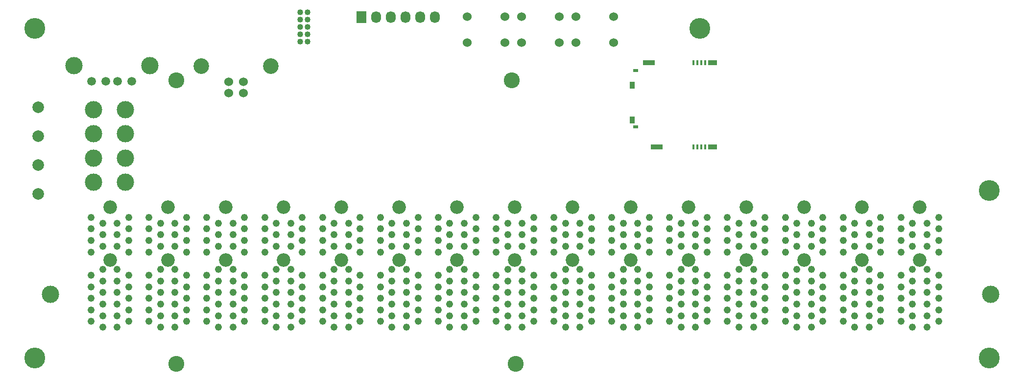
<source format=gbr>
G04 #@! TF.FileFunction,Soldermask,Bot*
%FSLAX46Y46*%
G04 Gerber Fmt 4.6, Leading zero omitted, Abs format (unit mm)*
G04 Created by KiCad (PCBNEW 4.0.3+e1-6302~38~ubuntu14.04.1-stable) date Wed Sep 28 21:03:55 2016*
%MOMM*%
%LPD*%
G01*
G04 APERTURE LIST*
%ADD10C,0.100000*%
%ADD11C,2.350000*%
%ADD12C,1.230000*%
%ADD13C,1.524000*%
%ADD14C,2.700020*%
%ADD15C,3.000000*%
%ADD16C,2.000000*%
%ADD17C,1.501140*%
%ADD18C,2.999740*%
%ADD19C,2.750000*%
%ADD20R,0.950000X1.200000*%
%ADD21R,0.900000X0.500000*%
%ADD22R,2.000000X0.900000*%
%ADD23R,0.450000X0.900000*%
%ADD24R,1.500000X0.900000*%
%ADD25C,3.600000*%
%ADD26R,1.727200X2.032000*%
%ADD27O,1.727200X2.032000*%
%ADD28C,1.016000*%
G04 APERTURE END LIST*
D10*
D11*
X160000000Y-118000000D03*
X160000000Y-108850000D03*
D12*
X158750000Y-129650000D03*
X156750000Y-128650000D03*
X158750000Y-127650000D03*
X156750000Y-126650000D03*
X158750000Y-125650000D03*
X156750000Y-124650000D03*
X158750000Y-123650000D03*
X156750000Y-122650000D03*
X158750000Y-121650000D03*
X156750000Y-120650000D03*
X158750000Y-119650000D03*
X156750000Y-116650000D03*
X158750000Y-115650000D03*
X156750000Y-114650000D03*
X158750000Y-113650000D03*
X156750000Y-112650000D03*
X158750000Y-111650000D03*
X156750000Y-110650000D03*
X161250000Y-129650000D03*
X163250000Y-128650000D03*
X161250000Y-127650000D03*
X163250000Y-126650000D03*
X161250000Y-125650000D03*
X163250000Y-124650000D03*
X161250000Y-123650000D03*
X163250000Y-122650000D03*
X161250000Y-121650000D03*
X163250000Y-120650000D03*
X161250000Y-119650000D03*
X163250000Y-116650000D03*
X161250000Y-115650000D03*
X163250000Y-114650000D03*
X161250000Y-113650000D03*
X163250000Y-112650000D03*
X161250000Y-111650000D03*
X163250000Y-110650000D03*
D11*
X170000000Y-118000000D03*
X170000000Y-108850000D03*
D12*
X168750000Y-129650000D03*
X166750000Y-128650000D03*
X168750000Y-127650000D03*
X166750000Y-126650000D03*
X168750000Y-125650000D03*
X166750000Y-124650000D03*
X168750000Y-123650000D03*
X166750000Y-122650000D03*
X168750000Y-121650000D03*
X166750000Y-120650000D03*
X168750000Y-119650000D03*
X166750000Y-116650000D03*
X168750000Y-115650000D03*
X166750000Y-114650000D03*
X168750000Y-113650000D03*
X166750000Y-112650000D03*
X168750000Y-111650000D03*
X166750000Y-110650000D03*
X171250000Y-129650000D03*
X173250000Y-128650000D03*
X171250000Y-127650000D03*
X173250000Y-126650000D03*
X171250000Y-125650000D03*
X173250000Y-124650000D03*
X171250000Y-123650000D03*
X173250000Y-122650000D03*
X171250000Y-121650000D03*
X173250000Y-120650000D03*
X171250000Y-119650000D03*
X173250000Y-116650000D03*
X171250000Y-115650000D03*
X173250000Y-114650000D03*
X171250000Y-113650000D03*
X173250000Y-112650000D03*
X171250000Y-111650000D03*
X173250000Y-110650000D03*
D11*
X180000000Y-118000000D03*
X180000000Y-108850000D03*
D12*
X178750000Y-129650000D03*
X176750000Y-128650000D03*
X178750000Y-127650000D03*
X176750000Y-126650000D03*
X178750000Y-125650000D03*
X176750000Y-124650000D03*
X178750000Y-123650000D03*
X176750000Y-122650000D03*
X178750000Y-121650000D03*
X176750000Y-120650000D03*
X178750000Y-119650000D03*
X176750000Y-116650000D03*
X178750000Y-115650000D03*
X176750000Y-114650000D03*
X178750000Y-113650000D03*
X176750000Y-112650000D03*
X178750000Y-111650000D03*
X176750000Y-110650000D03*
X181250000Y-129650000D03*
X183250000Y-128650000D03*
X181250000Y-127650000D03*
X183250000Y-126650000D03*
X181250000Y-125650000D03*
X183250000Y-124650000D03*
X181250000Y-123650000D03*
X183250000Y-122650000D03*
X181250000Y-121650000D03*
X183250000Y-120650000D03*
X181250000Y-119650000D03*
X183250000Y-116650000D03*
X181250000Y-115650000D03*
X183250000Y-114650000D03*
X181250000Y-113650000D03*
X183250000Y-112650000D03*
X181250000Y-111650000D03*
X183250000Y-110650000D03*
D11*
X190000000Y-118000000D03*
X190000000Y-108850000D03*
D12*
X188750000Y-129650000D03*
X186750000Y-128650000D03*
X188750000Y-127650000D03*
X186750000Y-126650000D03*
X188750000Y-125650000D03*
X186750000Y-124650000D03*
X188750000Y-123650000D03*
X186750000Y-122650000D03*
X188750000Y-121650000D03*
X186750000Y-120650000D03*
X188750000Y-119650000D03*
X186750000Y-116650000D03*
X188750000Y-115650000D03*
X186750000Y-114650000D03*
X188750000Y-113650000D03*
X186750000Y-112650000D03*
X188750000Y-111650000D03*
X186750000Y-110650000D03*
X191250000Y-129650000D03*
X193250000Y-128650000D03*
X191250000Y-127650000D03*
X193250000Y-126650000D03*
X191250000Y-125650000D03*
X193250000Y-124650000D03*
X191250000Y-123650000D03*
X193250000Y-122650000D03*
X191250000Y-121650000D03*
X193250000Y-120650000D03*
X191250000Y-119650000D03*
X193250000Y-116650000D03*
X191250000Y-115650000D03*
X193250000Y-114650000D03*
X191250000Y-113650000D03*
X193250000Y-112650000D03*
X191250000Y-111650000D03*
X193250000Y-110650000D03*
D11*
X200000000Y-118000000D03*
X200000000Y-108850000D03*
D12*
X198750000Y-129650000D03*
X196750000Y-128650000D03*
X198750000Y-127650000D03*
X196750000Y-126650000D03*
X198750000Y-125650000D03*
X196750000Y-124650000D03*
X198750000Y-123650000D03*
X196750000Y-122650000D03*
X198750000Y-121650000D03*
X196750000Y-120650000D03*
X198750000Y-119650000D03*
X196750000Y-116650000D03*
X198750000Y-115650000D03*
X196750000Y-114650000D03*
X198750000Y-113650000D03*
X196750000Y-112650000D03*
X198750000Y-111650000D03*
X196750000Y-110650000D03*
X201250000Y-129650000D03*
X203250000Y-128650000D03*
X201250000Y-127650000D03*
X203250000Y-126650000D03*
X201250000Y-125650000D03*
X203250000Y-124650000D03*
X201250000Y-123650000D03*
X203250000Y-122650000D03*
X201250000Y-121650000D03*
X203250000Y-120650000D03*
X201250000Y-119650000D03*
X203250000Y-116650000D03*
X201250000Y-115650000D03*
X203250000Y-114650000D03*
X201250000Y-113650000D03*
X203250000Y-112650000D03*
X201250000Y-111650000D03*
X203250000Y-110650000D03*
D11*
X210000000Y-118000000D03*
X210000000Y-108850000D03*
D12*
X208750000Y-129650000D03*
X206750000Y-128650000D03*
X208750000Y-127650000D03*
X206750000Y-126650000D03*
X208750000Y-125650000D03*
X206750000Y-124650000D03*
X208750000Y-123650000D03*
X206750000Y-122650000D03*
X208750000Y-121650000D03*
X206750000Y-120650000D03*
X208750000Y-119650000D03*
X206750000Y-116650000D03*
X208750000Y-115650000D03*
X206750000Y-114650000D03*
X208750000Y-113650000D03*
X206750000Y-112650000D03*
X208750000Y-111650000D03*
X206750000Y-110650000D03*
X211250000Y-129650000D03*
X213250000Y-128650000D03*
X211250000Y-127650000D03*
X213250000Y-126650000D03*
X211250000Y-125650000D03*
X213250000Y-124650000D03*
X211250000Y-123650000D03*
X213250000Y-122650000D03*
X211250000Y-121650000D03*
X213250000Y-120650000D03*
X211250000Y-119650000D03*
X213250000Y-116650000D03*
X211250000Y-115650000D03*
X213250000Y-114650000D03*
X211250000Y-113650000D03*
X213250000Y-112650000D03*
X211250000Y-111650000D03*
X213250000Y-110650000D03*
D13*
X93040000Y-89200000D03*
X90500000Y-89200000D03*
X90500000Y-87201020D03*
X93040000Y-87201020D03*
D14*
X97769480Y-84501000D03*
X85770520Y-84501000D03*
D15*
X67150000Y-104600000D03*
X72650000Y-104600000D03*
X67150000Y-100400000D03*
X72650000Y-100400000D03*
X67150000Y-96200000D03*
X72650000Y-96200000D03*
X67150000Y-92000000D03*
X72650000Y-92000000D03*
D16*
X57600000Y-106600000D03*
X57600000Y-101600000D03*
X57600000Y-96600000D03*
X57600000Y-91600000D03*
D17*
X66800000Y-87100000D03*
X69300000Y-87100000D03*
X71300000Y-87100000D03*
X73800000Y-87100000D03*
D18*
X63730000Y-84390000D03*
X76870000Y-84390000D03*
D13*
X141150000Y-75950000D03*
X147650000Y-75950000D03*
X141150000Y-80450000D03*
X147650000Y-80450000D03*
X150550000Y-75950000D03*
X157050000Y-75950000D03*
X150550000Y-80450000D03*
X157050000Y-80450000D03*
X131750000Y-75950000D03*
X138250000Y-75950000D03*
X131750000Y-80450000D03*
X138250000Y-80450000D03*
D11*
X70000000Y-118000000D03*
X70000000Y-108850000D03*
D12*
X68750000Y-129650000D03*
X66750000Y-128650000D03*
X68750000Y-127650000D03*
X66750000Y-126650000D03*
X68750000Y-125650000D03*
X66750000Y-124650000D03*
X68750000Y-123650000D03*
X66750000Y-122650000D03*
X68750000Y-121650000D03*
X66750000Y-120650000D03*
X68750000Y-119650000D03*
X66750000Y-116650000D03*
X68750000Y-115650000D03*
X66750000Y-114650000D03*
X68750000Y-113650000D03*
X66750000Y-112650000D03*
X68750000Y-111650000D03*
X66750000Y-110650000D03*
X71250000Y-129650000D03*
X73250000Y-128650000D03*
X71250000Y-127650000D03*
X73250000Y-126650000D03*
X71250000Y-125650000D03*
X73250000Y-124650000D03*
X71250000Y-123650000D03*
X73250000Y-122650000D03*
X71250000Y-121650000D03*
X73250000Y-120650000D03*
X71250000Y-119650000D03*
X73250000Y-116650000D03*
X71250000Y-115650000D03*
X73250000Y-114650000D03*
X71250000Y-113650000D03*
X73250000Y-112650000D03*
X71250000Y-111650000D03*
X73250000Y-110650000D03*
D11*
X80000000Y-118000000D03*
X80000000Y-108850000D03*
D12*
X78750000Y-129650000D03*
X76750000Y-128650000D03*
X78750000Y-127650000D03*
X76750000Y-126650000D03*
X78750000Y-125650000D03*
X76750000Y-124650000D03*
X78750000Y-123650000D03*
X76750000Y-122650000D03*
X78750000Y-121650000D03*
X76750000Y-120650000D03*
X78750000Y-119650000D03*
X76750000Y-116650000D03*
X78750000Y-115650000D03*
X76750000Y-114650000D03*
X78750000Y-113650000D03*
X76750000Y-112650000D03*
X78750000Y-111650000D03*
X76750000Y-110650000D03*
X81250000Y-129650000D03*
X83250000Y-128650000D03*
X81250000Y-127650000D03*
X83250000Y-126650000D03*
X81250000Y-125650000D03*
X83250000Y-124650000D03*
X81250000Y-123650000D03*
X83250000Y-122650000D03*
X81250000Y-121650000D03*
X83250000Y-120650000D03*
X81250000Y-119650000D03*
X83250000Y-116650000D03*
X81250000Y-115650000D03*
X83250000Y-114650000D03*
X81250000Y-113650000D03*
X83250000Y-112650000D03*
X81250000Y-111650000D03*
X83250000Y-110650000D03*
D11*
X90000000Y-118000000D03*
X90000000Y-108850000D03*
D12*
X88750000Y-129650000D03*
X86750000Y-128650000D03*
X88750000Y-127650000D03*
X86750000Y-126650000D03*
X88750000Y-125650000D03*
X86750000Y-124650000D03*
X88750000Y-123650000D03*
X86750000Y-122650000D03*
X88750000Y-121650000D03*
X86750000Y-120650000D03*
X88750000Y-119650000D03*
X86750000Y-116650000D03*
X88750000Y-115650000D03*
X86750000Y-114650000D03*
X88750000Y-113650000D03*
X86750000Y-112650000D03*
X88750000Y-111650000D03*
X86750000Y-110650000D03*
X91250000Y-129650000D03*
X93250000Y-128650000D03*
X91250000Y-127650000D03*
X93250000Y-126650000D03*
X91250000Y-125650000D03*
X93250000Y-124650000D03*
X91250000Y-123650000D03*
X93250000Y-122650000D03*
X91250000Y-121650000D03*
X93250000Y-120650000D03*
X91250000Y-119650000D03*
X93250000Y-116650000D03*
X91250000Y-115650000D03*
X93250000Y-114650000D03*
X91250000Y-113650000D03*
X93250000Y-112650000D03*
X91250000Y-111650000D03*
X93250000Y-110650000D03*
D11*
X100000000Y-118000000D03*
X100000000Y-108850000D03*
D12*
X98750000Y-129650000D03*
X96750000Y-128650000D03*
X98750000Y-127650000D03*
X96750000Y-126650000D03*
X98750000Y-125650000D03*
X96750000Y-124650000D03*
X98750000Y-123650000D03*
X96750000Y-122650000D03*
X98750000Y-121650000D03*
X96750000Y-120650000D03*
X98750000Y-119650000D03*
X96750000Y-116650000D03*
X98750000Y-115650000D03*
X96750000Y-114650000D03*
X98750000Y-113650000D03*
X96750000Y-112650000D03*
X98750000Y-111650000D03*
X96750000Y-110650000D03*
X101250000Y-129650000D03*
X103250000Y-128650000D03*
X101250000Y-127650000D03*
X103250000Y-126650000D03*
X101250000Y-125650000D03*
X103250000Y-124650000D03*
X101250000Y-123650000D03*
X103250000Y-122650000D03*
X101250000Y-121650000D03*
X103250000Y-120650000D03*
X101250000Y-119650000D03*
X103250000Y-116650000D03*
X101250000Y-115650000D03*
X103250000Y-114650000D03*
X101250000Y-113650000D03*
X103250000Y-112650000D03*
X101250000Y-111650000D03*
X103250000Y-110650000D03*
D11*
X110000000Y-118000000D03*
X110000000Y-108850000D03*
D12*
X108750000Y-129650000D03*
X106750000Y-128650000D03*
X108750000Y-127650000D03*
X106750000Y-126650000D03*
X108750000Y-125650000D03*
X106750000Y-124650000D03*
X108750000Y-123650000D03*
X106750000Y-122650000D03*
X108750000Y-121650000D03*
X106750000Y-120650000D03*
X108750000Y-119650000D03*
X106750000Y-116650000D03*
X108750000Y-115650000D03*
X106750000Y-114650000D03*
X108750000Y-113650000D03*
X106750000Y-112650000D03*
X108750000Y-111650000D03*
X106750000Y-110650000D03*
X111250000Y-129650000D03*
X113250000Y-128650000D03*
X111250000Y-127650000D03*
X113250000Y-126650000D03*
X111250000Y-125650000D03*
X113250000Y-124650000D03*
X111250000Y-123650000D03*
X113250000Y-122650000D03*
X111250000Y-121650000D03*
X113250000Y-120650000D03*
X111250000Y-119650000D03*
X113250000Y-116650000D03*
X111250000Y-115650000D03*
X113250000Y-114650000D03*
X111250000Y-113650000D03*
X113250000Y-112650000D03*
X111250000Y-111650000D03*
X113250000Y-110650000D03*
D11*
X120000000Y-118000000D03*
X120000000Y-108850000D03*
D12*
X118750000Y-129650000D03*
X116750000Y-128650000D03*
X118750000Y-127650000D03*
X116750000Y-126650000D03*
X118750000Y-125650000D03*
X116750000Y-124650000D03*
X118750000Y-123650000D03*
X116750000Y-122650000D03*
X118750000Y-121650000D03*
X116750000Y-120650000D03*
X118750000Y-119650000D03*
X116750000Y-116650000D03*
X118750000Y-115650000D03*
X116750000Y-114650000D03*
X118750000Y-113650000D03*
X116750000Y-112650000D03*
X118750000Y-111650000D03*
X116750000Y-110650000D03*
X121250000Y-129650000D03*
X123250000Y-128650000D03*
X121250000Y-127650000D03*
X123250000Y-126650000D03*
X121250000Y-125650000D03*
X123250000Y-124650000D03*
X121250000Y-123650000D03*
X123250000Y-122650000D03*
X121250000Y-121650000D03*
X123250000Y-120650000D03*
X121250000Y-119650000D03*
X123250000Y-116650000D03*
X121250000Y-115650000D03*
X123250000Y-114650000D03*
X121250000Y-113650000D03*
X123250000Y-112650000D03*
X121250000Y-111650000D03*
X123250000Y-110650000D03*
D11*
X130000000Y-118000000D03*
X130000000Y-108850000D03*
D12*
X128750000Y-129650000D03*
X126750000Y-128650000D03*
X128750000Y-127650000D03*
X126750000Y-126650000D03*
X128750000Y-125650000D03*
X126750000Y-124650000D03*
X128750000Y-123650000D03*
X126750000Y-122650000D03*
X128750000Y-121650000D03*
X126750000Y-120650000D03*
X128750000Y-119650000D03*
X126750000Y-116650000D03*
X128750000Y-115650000D03*
X126750000Y-114650000D03*
X128750000Y-113650000D03*
X126750000Y-112650000D03*
X128750000Y-111650000D03*
X126750000Y-110650000D03*
X131250000Y-129650000D03*
X133250000Y-128650000D03*
X131250000Y-127650000D03*
X133250000Y-126650000D03*
X131250000Y-125650000D03*
X133250000Y-124650000D03*
X131250000Y-123650000D03*
X133250000Y-122650000D03*
X131250000Y-121650000D03*
X133250000Y-120650000D03*
X131250000Y-119650000D03*
X133250000Y-116650000D03*
X131250000Y-115650000D03*
X133250000Y-114650000D03*
X131250000Y-113650000D03*
X133250000Y-112650000D03*
X131250000Y-111650000D03*
X133250000Y-110650000D03*
D11*
X140000000Y-118000000D03*
X140000000Y-108850000D03*
D12*
X138750000Y-129650000D03*
X136750000Y-128650000D03*
X138750000Y-127650000D03*
X136750000Y-126650000D03*
X138750000Y-125650000D03*
X136750000Y-124650000D03*
X138750000Y-123650000D03*
X136750000Y-122650000D03*
X138750000Y-121650000D03*
X136750000Y-120650000D03*
X138750000Y-119650000D03*
X136750000Y-116650000D03*
X138750000Y-115650000D03*
X136750000Y-114650000D03*
X138750000Y-113650000D03*
X136750000Y-112650000D03*
X138750000Y-111650000D03*
X136750000Y-110650000D03*
X141250000Y-129650000D03*
X143250000Y-128650000D03*
X141250000Y-127650000D03*
X143250000Y-126650000D03*
X141250000Y-125650000D03*
X143250000Y-124650000D03*
X141250000Y-123650000D03*
X143250000Y-122650000D03*
X141250000Y-121650000D03*
X143250000Y-120650000D03*
X141250000Y-119650000D03*
X143250000Y-116650000D03*
X141250000Y-115650000D03*
X143250000Y-114650000D03*
X141250000Y-113650000D03*
X143250000Y-112650000D03*
X141250000Y-111650000D03*
X143250000Y-110650000D03*
D11*
X150000000Y-118000000D03*
X150000000Y-108850000D03*
D12*
X148750000Y-129650000D03*
X146750000Y-128650000D03*
X148750000Y-127650000D03*
X146750000Y-126650000D03*
X148750000Y-125650000D03*
X146750000Y-124650000D03*
X148750000Y-123650000D03*
X146750000Y-122650000D03*
X148750000Y-121650000D03*
X146750000Y-120650000D03*
X148750000Y-119650000D03*
X146750000Y-116650000D03*
X148750000Y-115650000D03*
X146750000Y-114650000D03*
X148750000Y-113650000D03*
X146750000Y-112650000D03*
X148750000Y-111650000D03*
X146750000Y-110650000D03*
X151250000Y-129650000D03*
X153250000Y-128650000D03*
X151250000Y-127650000D03*
X153250000Y-126650000D03*
X151250000Y-125650000D03*
X153250000Y-124650000D03*
X151250000Y-123650000D03*
X153250000Y-122650000D03*
X151250000Y-121650000D03*
X153250000Y-120650000D03*
X151250000Y-119650000D03*
X153250000Y-116650000D03*
X151250000Y-115650000D03*
X153250000Y-114650000D03*
X151250000Y-113650000D03*
X153250000Y-112650000D03*
X151250000Y-111650000D03*
X153250000Y-110650000D03*
D19*
X140100000Y-136000000D03*
X139500000Y-87000000D03*
X81500000Y-136000000D03*
X81500000Y-87000000D03*
D20*
X160275000Y-87775000D03*
X160275000Y-93775000D03*
D21*
X160850000Y-85225000D03*
X160850000Y-94975000D03*
D22*
X163200000Y-83950000D03*
X164500000Y-98450000D03*
D23*
X170835000Y-98450000D03*
X171535000Y-98450000D03*
X172235000Y-98450000D03*
X172935000Y-98450000D03*
X172935000Y-83950000D03*
X172235000Y-83950000D03*
X171535000Y-83950000D03*
X170835000Y-83950000D03*
D24*
X174200000Y-83950000D03*
X174200000Y-98450000D03*
D25*
X222000000Y-135000000D03*
X57000000Y-78000000D03*
X57000000Y-135000000D03*
X172000000Y-78000000D03*
X222000000Y-106000000D03*
D15*
X59700000Y-124000000D03*
X222300000Y-124000000D03*
D26*
X113450000Y-76000000D03*
D27*
X115990000Y-76000000D03*
X118530000Y-76000000D03*
X121070000Y-76000000D03*
X123610000Y-76000000D03*
X126150000Y-76000000D03*
D28*
X102865000Y-75160000D03*
X104135000Y-75160000D03*
X102865000Y-76430000D03*
X104135000Y-76430000D03*
X102865000Y-77700000D03*
X104135000Y-77700000D03*
X102865000Y-78970000D03*
X104135000Y-78970000D03*
X102865000Y-80240000D03*
X104135000Y-80240000D03*
M02*

</source>
